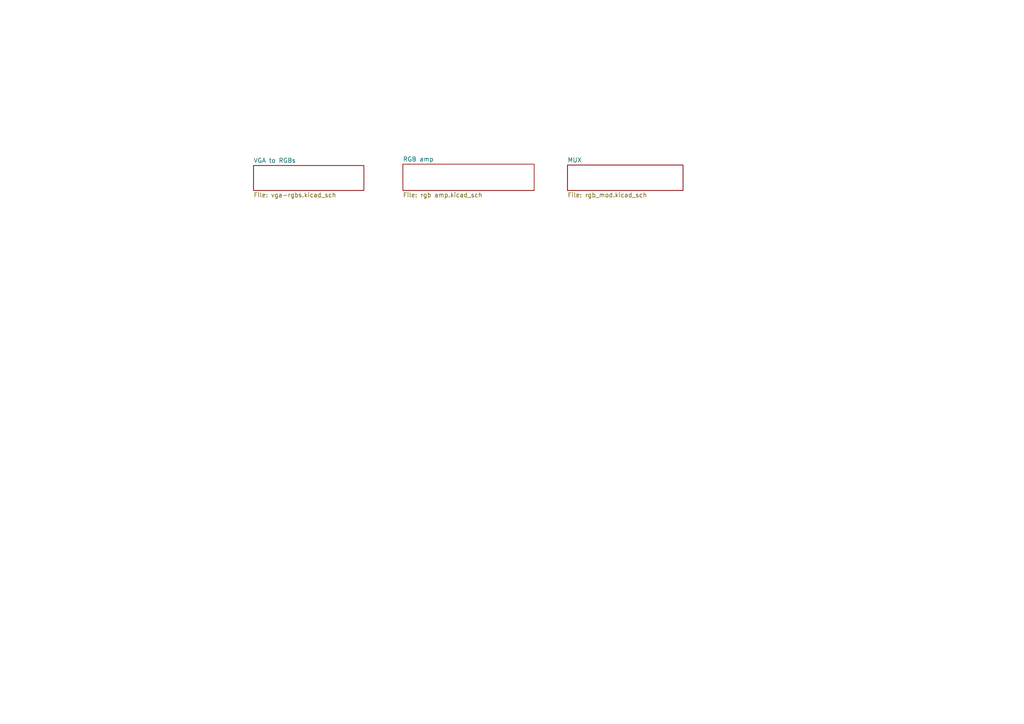
<source format=kicad_sch>
(kicad_sch
	(version 20231120)
	(generator "eeschema")
	(generator_version "8.0")
	(uuid "fe21c13a-8405-4e1e-9297-688e7d18d624")
	(paper "A4")
	(lib_symbols)
	(sheet
		(at 116.84 47.625)
		(size 38.1 7.62)
		(fields_autoplaced yes)
		(stroke
			(width 0.1524)
			(type solid)
		)
		(fill
			(color 0 0 0 0.0000)
		)
		(uuid "89482f60-646d-40bc-8a57-39980eed1e01")
		(property "Sheetname" "RGB amp"
			(at 116.84 46.9134 0)
			(effects
				(font
					(size 1.27 1.27)
				)
				(justify left bottom)
			)
		)
		(property "Sheetfile" "rgb amp.kicad_sch"
			(at 116.84 55.8296 0)
			(effects
				(font
					(size 1.27 1.27)
				)
				(justify left top)
			)
		)
		(instances
			(project "arcade"
				(path "/fe21c13a-8405-4e1e-9297-688e7d18d624"
					(page "3")
				)
			)
		)
	)
	(sheet
		(at 73.533 48.006)
		(size 32.004 7.239)
		(fields_autoplaced yes)
		(stroke
			(width 0.1524)
			(type solid)
		)
		(fill
			(color 0 0 0 0.0000)
		)
		(uuid "99701470-e37f-43d5-8ccb-532409d1660c")
		(property "Sheetname" "VGA to RGBs"
			(at 73.533 47.2944 0)
			(effects
				(font
					(size 1.27 1.27)
				)
				(justify left bottom)
			)
		)
		(property "Sheetfile" "vga-rgbs.kicad_sch"
			(at 73.533 55.8296 0)
			(effects
				(font
					(size 1.27 1.27)
				)
				(justify left top)
			)
		)
		(instances
			(project "arcade"
				(path "/fe21c13a-8405-4e1e-9297-688e7d18d624"
					(page "2")
				)
			)
		)
	)
	(sheet
		(at 164.592 47.879)
		(size 33.528 7.366)
		(fields_autoplaced yes)
		(stroke
			(width 0.1524)
			(type solid)
		)
		(fill
			(color 0 0 0 0.0000)
		)
		(uuid "e62dfb6d-3767-48eb-8eec-24b8f280056e")
		(property "Sheetname" "MUX"
			(at 164.592 47.1674 0)
			(effects
				(font
					(size 1.27 1.27)
				)
				(justify left bottom)
			)
		)
		(property "Sheetfile" "rgb_mod.kicad_sch"
			(at 164.592 55.8296 0)
			(effects
				(font
					(size 1.27 1.27)
				)
				(justify left top)
			)
		)
		(instances
			(project "arcade"
				(path "/fe21c13a-8405-4e1e-9297-688e7d18d624"
					(page "4")
				)
			)
		)
	)
	(sheet_instances
		(path "/"
			(page "1")
		)
	)
)
</source>
